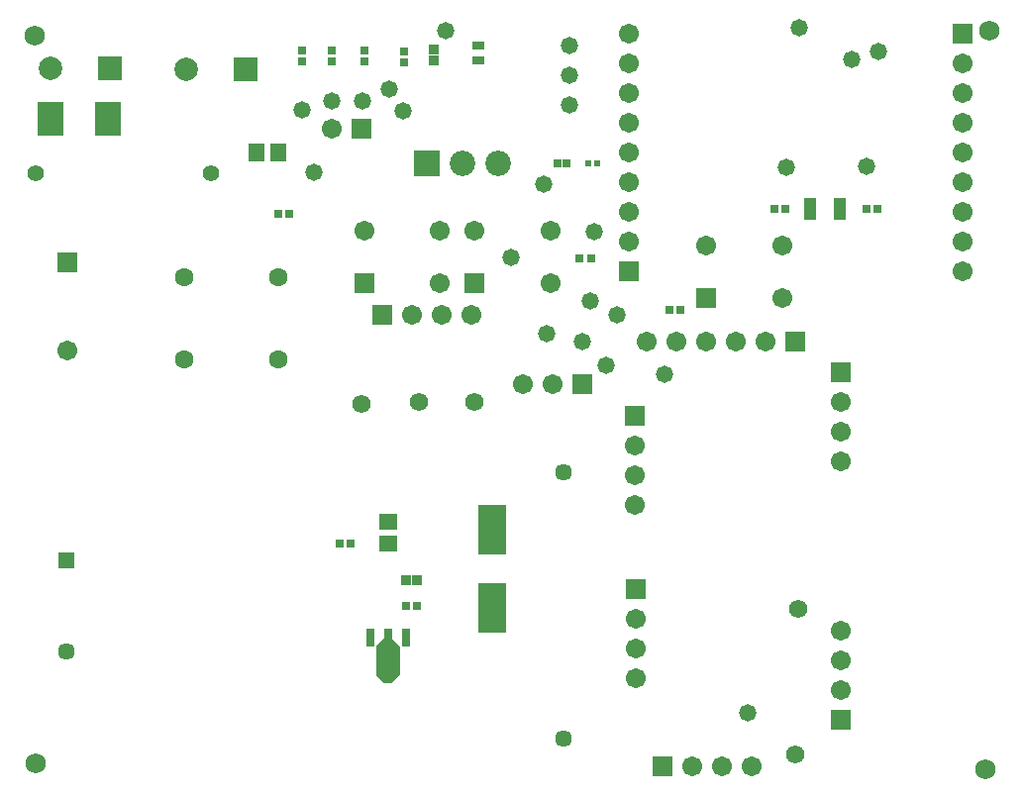
<source format=gbs>
G04*
G04 #@! TF.GenerationSoftware,Altium Limited,Altium Designer,20.0.2 (26)*
G04*
G04 Layer_Color=16711935*
%FSLAX25Y25*%
%MOIN*%
G70*
G01*
G75*
%ADD18R,0.02816X0.02648*%
%ADD31R,0.02769X0.02572*%
%ADD37R,0.03517X0.03635*%
%ADD44C,0.06737*%
%ADD45R,0.06737X0.06737*%
%ADD46C,0.06312*%
%ADD47C,0.08536*%
%ADD48R,0.08536X0.08536*%
%ADD49R,0.07887X0.07887*%
%ADD50C,0.07887*%
%ADD51C,0.05524*%
%ADD52C,0.06706*%
%ADD53R,0.06706X0.06706*%
%ADD54R,0.06706X0.06706*%
%ADD55R,0.05709X0.05709*%
%ADD56C,0.05709*%
%ADD57C,0.06181*%
%ADD58C,0.05796*%
%ADD59C,0.06800*%
%ADD60C,0.05800*%
%ADD76R,0.02029X0.01860*%
%ADD77R,0.04331X0.07480*%
%ADD79R,0.05727X0.06127*%
%ADD84R,0.06127X0.05727*%
%ADD86R,0.02648X0.02816*%
%ADD87R,0.03950X0.03162*%
%ADD88R,0.08871X0.11233*%
%ADD89R,0.09265X0.16548*%
%ADD90R,0.03162X0.05918*%
%ADD91R,0.03162X0.03950*%
%ADD92R,0.03635X0.03517*%
G36*
X226733Y290409D02*
X226785Y290399D01*
X226835Y290382D01*
X226882Y290359D01*
X226925Y290330D01*
X226965Y290295D01*
X229327Y287933D01*
X229361Y287894D01*
X229391Y287850D01*
X229414Y287803D01*
X229431Y287753D01*
X229441Y287702D01*
X229444Y287650D01*
Y278201D01*
X229441Y278149D01*
X229431Y278097D01*
X229414Y278047D01*
X229391Y278000D01*
X229361Y277957D01*
X229327Y277917D01*
X226965Y275555D01*
X226925Y275521D01*
X226882Y275491D01*
X226835Y275468D01*
X226785Y275451D01*
X226733Y275441D01*
X226681Y275438D01*
X224319D01*
X224267Y275441D01*
X224215Y275451D01*
X224166Y275468D01*
X224118Y275491D01*
X224075Y275521D01*
X224035Y275555D01*
X221673Y277917D01*
X221639Y277957D01*
X221609Y278000D01*
X221586Y278047D01*
X221569Y278097D01*
X221559Y278149D01*
X221556Y278201D01*
Y287650D01*
X221559Y287702D01*
X221569Y287753D01*
X221586Y287803D01*
X221609Y287850D01*
X221639Y287894D01*
X221673Y287933D01*
X224035Y290295D01*
X224075Y290330D01*
X224118Y290359D01*
X224166Y290382D01*
X224215Y290399D01*
X224267Y290409D01*
X224319Y290413D01*
X226681D01*
X226733Y290409D01*
D02*
G37*
D18*
X290000Y418500D02*
D03*
X293768D02*
D03*
X192384Y433500D02*
D03*
X188616D02*
D03*
X320116Y401000D02*
D03*
X323884D02*
D03*
X359384Y435000D02*
D03*
X355616D02*
D03*
X386616D02*
D03*
X390384D02*
D03*
X231500Y301500D02*
D03*
X235268D02*
D03*
X209116Y322500D02*
D03*
X212884D02*
D03*
D31*
X282524Y450500D02*
D03*
X285476D02*
D03*
D37*
X231689Y310000D02*
D03*
X235311D02*
D03*
D44*
X358295Y422858D02*
D03*
X332705D02*
D03*
X358295Y405142D02*
D03*
X243000Y410000D02*
D03*
X217410Y427716D02*
D03*
X243000D02*
D03*
X280295Y410142D02*
D03*
X254705Y427858D02*
D03*
X280295D02*
D03*
D45*
X332705Y405142D02*
D03*
X217410Y410000D02*
D03*
X254705Y410142D02*
D03*
D46*
X157000Y412059D02*
D03*
Y384500D02*
D03*
X188496D02*
D03*
Y412059D02*
D03*
D47*
X262469Y450500D02*
D03*
X250500D02*
D03*
D48*
X238532D02*
D03*
D49*
X177500Y482000D02*
D03*
X132000Y482500D02*
D03*
D50*
X157500Y482000D02*
D03*
X112000Y482500D02*
D03*
D51*
X107000Y447000D02*
D03*
X166055D02*
D03*
D52*
X419000Y484000D02*
D03*
Y414000D02*
D03*
Y424000D02*
D03*
Y434000D02*
D03*
Y444000D02*
D03*
Y454000D02*
D03*
Y464000D02*
D03*
Y474000D02*
D03*
X312500Y390500D02*
D03*
X322500D02*
D03*
X332500D02*
D03*
X342500D02*
D03*
X352500D02*
D03*
X233500Y399500D02*
D03*
X243500D02*
D03*
X253500D02*
D03*
X271000Y376000D02*
D03*
X281000D02*
D03*
X206500Y462000D02*
D03*
X117500Y387472D02*
D03*
X308500Y355500D02*
D03*
Y345500D02*
D03*
Y335500D02*
D03*
X309000Y277000D02*
D03*
Y287000D02*
D03*
Y297000D02*
D03*
X328000Y247500D02*
D03*
X338000D02*
D03*
X348000D02*
D03*
X378000Y370000D02*
D03*
Y360000D02*
D03*
Y350000D02*
D03*
Y273000D02*
D03*
Y283000D02*
D03*
Y293000D02*
D03*
X306500Y424000D02*
D03*
Y494000D02*
D03*
Y484000D02*
D03*
Y474000D02*
D03*
Y464000D02*
D03*
Y454000D02*
D03*
Y444000D02*
D03*
Y434000D02*
D03*
D53*
X419000Y494000D02*
D03*
X117500Y417000D02*
D03*
X308500Y365500D02*
D03*
X309000Y307000D02*
D03*
X378000Y380000D02*
D03*
Y263000D02*
D03*
X306500Y414000D02*
D03*
D54*
X362500Y390500D02*
D03*
X223500Y399500D02*
D03*
X291000Y376000D02*
D03*
X216500Y462000D02*
D03*
X318000Y247500D02*
D03*
D55*
X117339Y316854D02*
D03*
D56*
Y286146D02*
D03*
X284661Y346382D02*
D03*
Y256618D02*
D03*
D57*
X362500Y251500D02*
D03*
X254500Y370000D02*
D03*
X236000D02*
D03*
X216500Y369500D02*
D03*
X363500Y300500D02*
D03*
D58*
X286500Y490000D02*
D03*
Y480000D02*
D03*
Y470000D02*
D03*
D59*
X107000Y248500D02*
D03*
X426500Y246500D02*
D03*
X428000Y495000D02*
D03*
X106500Y493500D02*
D03*
D60*
X279000Y393000D02*
D03*
X291000Y390500D02*
D03*
X298729Y382500D02*
D03*
X302500Y399500D02*
D03*
X318500Y379500D02*
D03*
X266893Y418607D02*
D03*
X293500Y404000D02*
D03*
X278000Y443500D02*
D03*
X295000Y427358D02*
D03*
X230500Y468000D02*
D03*
X200500Y447500D02*
D03*
X196500Y468500D02*
D03*
X206500Y471500D02*
D03*
X217000D02*
D03*
X226000Y475500D02*
D03*
X346500Y265500D02*
D03*
X364000Y496000D02*
D03*
X245000Y495000D02*
D03*
X359461Y448961D02*
D03*
X381500Y485500D02*
D03*
X386712Y449212D02*
D03*
X390500Y488000D02*
D03*
D76*
X295990Y450500D02*
D03*
X293010D02*
D03*
D77*
X377421Y435000D02*
D03*
X367579D02*
D03*
D79*
X188645Y454000D02*
D03*
X181355D02*
D03*
D84*
X225500Y322355D02*
D03*
Y329645D02*
D03*
D86*
X206500Y484616D02*
D03*
Y488384D02*
D03*
X217500Y484616D02*
D03*
Y488384D02*
D03*
X231000Y488000D02*
D03*
Y484232D02*
D03*
X196500Y484616D02*
D03*
Y488384D02*
D03*
D87*
X256000Y490059D02*
D03*
Y484941D02*
D03*
D88*
X131244Y465500D02*
D03*
X111756D02*
D03*
D89*
X260500Y300811D02*
D03*
Y327189D02*
D03*
D90*
X231406Y290602D02*
D03*
X219594D02*
D03*
D91*
X225500Y291587D02*
D03*
D92*
X241000Y485189D02*
D03*
Y488811D02*
D03*
M02*

</source>
